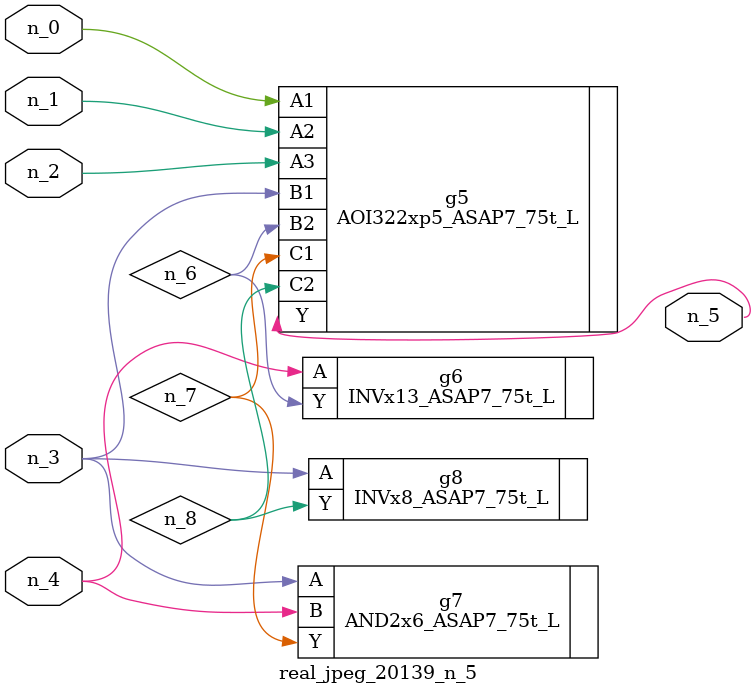
<source format=v>
module real_jpeg_20139_n_5 (n_4, n_0, n_1, n_2, n_3, n_5);

input n_4;
input n_0;
input n_1;
input n_2;
input n_3;

output n_5;

wire n_8;
wire n_6;
wire n_7;

AOI322xp5_ASAP7_75t_L g5 ( 
.A1(n_0),
.A2(n_1),
.A3(n_2),
.B1(n_3),
.B2(n_6),
.C1(n_7),
.C2(n_8),
.Y(n_5)
);

AND2x6_ASAP7_75t_L g7 ( 
.A(n_3),
.B(n_4),
.Y(n_7)
);

INVx8_ASAP7_75t_L g8 ( 
.A(n_3),
.Y(n_8)
);

INVx13_ASAP7_75t_L g6 ( 
.A(n_4),
.Y(n_6)
);


endmodule
</source>
